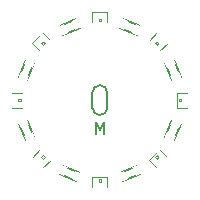
<source format=gto>
G04 (created by PCBNEW (2013-09-17 BZR 4321)-product) date Wed 18 Sep 2013 01:03:25 PM CEST*
%MOIN*%
G04 Gerber Fmt 3.4, Leading zero omitted, Abs format*
%FSLAX34Y34*%
G01*
G70*
G90*
G04 APERTURE LIST*
%ADD10C,0.005906*%
%ADD11C,0.007874*%
%ADD12C,0.003937*%
%ADD13R,0.029528X0.029528*%
%ADD14C,0.029528*%
%ADD15R,0.047244X0.059055*%
%ADD16C,0.078740*%
%ADD17R,0.059055X0.047244*%
G04 APERTURE END LIST*
G54D10*
G54D11*
X29396Y-25532D02*
X29396Y-25138D01*
X29527Y-25419D01*
X29658Y-25138D01*
X29658Y-25532D01*
G54D10*
X29777Y-24159D02*
G75*
G03X29527Y-23909I-250J0D01*
G74*
G01*
X29527Y-23909D02*
G75*
G03X29277Y-24159I0J-250D01*
G74*
G01*
X29277Y-24659D02*
G75*
G03X29527Y-24909I250J0D01*
G74*
G01*
X29527Y-24909D02*
G75*
G03X29777Y-24659I0J250D01*
G74*
G01*
X29777Y-24659D02*
X29777Y-24159D01*
X29277Y-24159D02*
X29277Y-24659D01*
G54D12*
X27613Y-26671D02*
X27891Y-26393D01*
X27265Y-26323D02*
X27543Y-26045D01*
X27543Y-26045D02*
X27683Y-25905D01*
X28031Y-26253D02*
X27891Y-26393D01*
X27126Y-26462D02*
X27265Y-26323D01*
X27474Y-26810D02*
X27613Y-26671D01*
X27265Y-26323D02*
X27613Y-26671D01*
X27891Y-26393D02*
X27543Y-26045D01*
X27683Y-25905D02*
X27759Y-25982D01*
X27954Y-26177D02*
X28031Y-26253D01*
X27474Y-26810D02*
X27397Y-26734D01*
X27126Y-26462D02*
X27202Y-26539D01*
X27579Y-26302D02*
X27634Y-26358D01*
X27634Y-26358D02*
X27689Y-26302D01*
X27634Y-26247D02*
X27689Y-26302D01*
X27579Y-26302D02*
X27634Y-26247D01*
X27759Y-25983D02*
G75*
G03X27953Y-26177I96J-96D01*
G74*
G01*
X27397Y-26733D02*
G75*
G03X27203Y-26539I-96J96D01*
G74*
G01*
X31789Y-26323D02*
X31511Y-26045D01*
X31441Y-26671D02*
X31163Y-26393D01*
X31163Y-26393D02*
X31023Y-26253D01*
X31371Y-25905D02*
X31511Y-26045D01*
X31580Y-26810D02*
X31441Y-26671D01*
X31928Y-26462D02*
X31789Y-26323D01*
X31441Y-26671D02*
X31789Y-26323D01*
X31511Y-26045D02*
X31163Y-26393D01*
X31023Y-26253D02*
X31100Y-26177D01*
X31295Y-25982D02*
X31371Y-25905D01*
X31928Y-26462D02*
X31852Y-26539D01*
X31580Y-26810D02*
X31657Y-26734D01*
X31420Y-26358D02*
X31476Y-26302D01*
X31476Y-26302D02*
X31420Y-26247D01*
X31365Y-26302D02*
X31420Y-26247D01*
X31420Y-26358D02*
X31365Y-26302D01*
X31101Y-26177D02*
G75*
G03X31295Y-25983I96J96D01*
G74*
G01*
X31851Y-26539D02*
G75*
G03X31657Y-26733I-96J-96D01*
G74*
G01*
X31441Y-22147D02*
X31163Y-22425D01*
X31789Y-22495D02*
X31511Y-22773D01*
X31511Y-22773D02*
X31371Y-22913D01*
X31023Y-22565D02*
X31163Y-22425D01*
X31928Y-22356D02*
X31789Y-22495D01*
X31580Y-22008D02*
X31441Y-22147D01*
X31789Y-22495D02*
X31441Y-22147D01*
X31163Y-22425D02*
X31511Y-22773D01*
X31371Y-22913D02*
X31295Y-22836D01*
X31100Y-22641D02*
X31023Y-22565D01*
X31580Y-22008D02*
X31657Y-22084D01*
X31928Y-22356D02*
X31852Y-22279D01*
X31476Y-22516D02*
X31420Y-22460D01*
X31420Y-22460D02*
X31365Y-22516D01*
X31420Y-22571D02*
X31365Y-22516D01*
X31476Y-22516D02*
X31420Y-22571D01*
X31295Y-22835D02*
G75*
G03X31101Y-22641I-96J96D01*
G74*
G01*
X31657Y-22085D02*
G75*
G03X31851Y-22279I96J-96D01*
G74*
G01*
X27265Y-22495D02*
X27543Y-22773D01*
X27613Y-22147D02*
X27891Y-22425D01*
X27891Y-22425D02*
X28031Y-22565D01*
X27683Y-22913D02*
X27543Y-22773D01*
X27474Y-22008D02*
X27613Y-22147D01*
X27126Y-22356D02*
X27265Y-22495D01*
X27613Y-22147D02*
X27265Y-22495D01*
X27543Y-22773D02*
X27891Y-22425D01*
X28031Y-22565D02*
X27954Y-22641D01*
X27759Y-22836D02*
X27683Y-22913D01*
X27126Y-22356D02*
X27202Y-22279D01*
X27474Y-22008D02*
X27397Y-22084D01*
X27634Y-22460D02*
X27579Y-22516D01*
X27579Y-22516D02*
X27634Y-22571D01*
X27689Y-22516D02*
X27634Y-22571D01*
X27634Y-22460D02*
X27689Y-22516D01*
X27953Y-22641D02*
G75*
G03X27759Y-22835I-96J-96D01*
G74*
G01*
X27203Y-22279D02*
G75*
G03X27397Y-22085I96J96D01*
G74*
G01*
X26574Y-24655D02*
X26968Y-24655D01*
X26574Y-24163D02*
X26968Y-24163D01*
X26968Y-24163D02*
X27165Y-24163D01*
X27165Y-24655D02*
X26968Y-24655D01*
X26377Y-24163D02*
X26574Y-24163D01*
X26377Y-24655D02*
X26574Y-24655D01*
X26574Y-24163D02*
X26574Y-24655D01*
X26968Y-24655D02*
X26968Y-24163D01*
X27165Y-24163D02*
X27165Y-24271D01*
X27165Y-24547D02*
X27165Y-24655D01*
X26377Y-24655D02*
X26377Y-24547D01*
X26377Y-24163D02*
X26377Y-24271D01*
X26811Y-24370D02*
X26811Y-24448D01*
X26811Y-24448D02*
X26889Y-24448D01*
X26889Y-24370D02*
X26889Y-24448D01*
X26811Y-24370D02*
X26889Y-24370D01*
X27164Y-24272D02*
G75*
G03X27164Y-24546I0J-137D01*
G74*
G01*
X26378Y-24546D02*
G75*
G03X26378Y-24272I0J137D01*
G74*
G01*
G54D11*
X30749Y-22224D02*
X30194Y-21994D01*
X30194Y-21994D02*
X30309Y-21717D01*
X30309Y-21717D02*
X30864Y-21947D01*
X30864Y-21947D02*
X30749Y-22224D01*
G54D12*
X29281Y-21456D02*
X29281Y-21850D01*
X29773Y-21456D02*
X29773Y-21850D01*
X29773Y-21850D02*
X29773Y-22047D01*
X29281Y-22047D02*
X29281Y-21850D01*
X29773Y-21259D02*
X29773Y-21456D01*
X29281Y-21259D02*
X29281Y-21456D01*
X29773Y-21456D02*
X29281Y-21456D01*
X29281Y-21850D02*
X29773Y-21850D01*
X29773Y-22047D02*
X29665Y-22047D01*
X29389Y-22047D02*
X29281Y-22047D01*
X29281Y-21259D02*
X29389Y-21259D01*
X29773Y-21259D02*
X29665Y-21259D01*
X29566Y-21692D02*
X29488Y-21692D01*
X29488Y-21692D02*
X29488Y-21770D01*
X29566Y-21770D02*
X29488Y-21770D01*
X29566Y-21692D02*
X29566Y-21770D01*
X29664Y-22046D02*
G75*
G03X29390Y-22046I-137J0D01*
G74*
G01*
X29390Y-21260D02*
G75*
G03X29664Y-21260I137J0D01*
G74*
G01*
X29773Y-27362D02*
X29773Y-26968D01*
X29281Y-27362D02*
X29281Y-26968D01*
X29281Y-26968D02*
X29281Y-26771D01*
X29773Y-26771D02*
X29773Y-26968D01*
X29281Y-27559D02*
X29281Y-27362D01*
X29773Y-27559D02*
X29773Y-27362D01*
X29281Y-27362D02*
X29773Y-27362D01*
X29773Y-26968D02*
X29281Y-26968D01*
X29281Y-26771D02*
X29389Y-26771D01*
X29665Y-26771D02*
X29773Y-26771D01*
X29773Y-27559D02*
X29665Y-27559D01*
X29281Y-27559D02*
X29389Y-27559D01*
X29488Y-27125D02*
X29566Y-27125D01*
X29566Y-27125D02*
X29566Y-27047D01*
X29488Y-27047D02*
X29566Y-27047D01*
X29488Y-27125D02*
X29488Y-27047D01*
X29390Y-26772D02*
G75*
G03X29664Y-26772I137J0D01*
G74*
G01*
X29664Y-27558D02*
G75*
G03X29390Y-27558I-137J0D01*
G74*
G01*
X32480Y-24163D02*
X32086Y-24163D01*
X32480Y-24655D02*
X32086Y-24655D01*
X32086Y-24655D02*
X31889Y-24655D01*
X31889Y-24163D02*
X32086Y-24163D01*
X32677Y-24655D02*
X32480Y-24655D01*
X32677Y-24163D02*
X32480Y-24163D01*
X32480Y-24655D02*
X32480Y-24163D01*
X32086Y-24163D02*
X32086Y-24655D01*
X31889Y-24655D02*
X31889Y-24547D01*
X31889Y-24271D02*
X31889Y-24163D01*
X32677Y-24163D02*
X32677Y-24271D01*
X32677Y-24655D02*
X32677Y-24547D01*
X32244Y-24448D02*
X32244Y-24370D01*
X32244Y-24370D02*
X32166Y-24370D01*
X32166Y-24448D02*
X32166Y-24370D01*
X32244Y-24448D02*
X32166Y-24448D01*
X31890Y-24546D02*
G75*
G03X31890Y-24272I0J137D01*
G74*
G01*
X32676Y-24272D02*
G75*
G03X32676Y-24546I0J-137D01*
G74*
G01*
G54D11*
X28305Y-26594D02*
X28860Y-26824D01*
X28860Y-26824D02*
X28745Y-27101D01*
X28745Y-27101D02*
X28191Y-26871D01*
X28191Y-26871D02*
X28305Y-26594D01*
X31712Y-25631D02*
X31942Y-25076D01*
X31942Y-25076D02*
X32219Y-25191D01*
X32219Y-25191D02*
X31989Y-25745D01*
X31989Y-25745D02*
X31712Y-25631D01*
X27342Y-23187D02*
X27112Y-23742D01*
X27112Y-23742D02*
X26835Y-23627D01*
X26835Y-23627D02*
X27065Y-23072D01*
X27065Y-23072D02*
X27342Y-23187D01*
X31941Y-23740D02*
X31712Y-23185D01*
X31712Y-23185D02*
X31989Y-23071D01*
X31989Y-23071D02*
X32218Y-23625D01*
X32218Y-23625D02*
X31941Y-23740D01*
X30196Y-26823D02*
X30751Y-26593D01*
X30751Y-26593D02*
X30865Y-26871D01*
X30865Y-26871D02*
X30311Y-27100D01*
X30311Y-27100D02*
X30196Y-26823D01*
X27113Y-25078D02*
X27343Y-25632D01*
X27343Y-25632D02*
X27065Y-25747D01*
X27065Y-25747D02*
X26836Y-25193D01*
X26836Y-25193D02*
X27113Y-25078D01*
X28858Y-21995D02*
X28304Y-22224D01*
X28304Y-22224D02*
X28189Y-21947D01*
X28189Y-21947D02*
X28743Y-21718D01*
X28743Y-21718D02*
X28858Y-21995D01*
%LPC*%
G54D13*
X29027Y-24659D03*
G54D14*
X29027Y-24159D03*
X29527Y-24659D03*
X29527Y-24159D03*
X30027Y-24659D03*
X30027Y-24159D03*
G54D10*
G36*
X27328Y-27026D02*
X26910Y-26608D01*
X27244Y-26274D01*
X27662Y-26692D01*
X27328Y-27026D01*
X27328Y-27026D01*
G37*
G36*
X27912Y-26441D02*
X27495Y-26024D01*
X27773Y-25745D01*
X28191Y-26163D01*
X27912Y-26441D01*
X27912Y-26441D01*
G37*
G36*
X32144Y-26608D02*
X31726Y-27026D01*
X31392Y-26692D01*
X31810Y-26274D01*
X32144Y-26608D01*
X32144Y-26608D01*
G37*
G36*
X31559Y-26024D02*
X31142Y-26441D01*
X30863Y-26163D01*
X31281Y-25745D01*
X31559Y-26024D01*
X31559Y-26024D01*
G37*
G36*
X31726Y-21792D02*
X32144Y-22210D01*
X31810Y-22544D01*
X31392Y-22126D01*
X31726Y-21792D01*
X31726Y-21792D01*
G37*
G36*
X31142Y-22377D02*
X31559Y-22794D01*
X31281Y-23073D01*
X30863Y-22655D01*
X31142Y-22377D01*
X31142Y-22377D01*
G37*
G36*
X26910Y-22210D02*
X27328Y-21792D01*
X27662Y-22126D01*
X27244Y-22544D01*
X26910Y-22210D01*
X26910Y-22210D01*
G37*
G36*
X27495Y-22794D02*
X27912Y-22377D01*
X28191Y-22655D01*
X27773Y-23073D01*
X27495Y-22794D01*
X27495Y-22794D01*
G37*
G54D15*
X26358Y-24409D03*
X27184Y-24409D03*
G54D16*
X28543Y-25393D03*
X28543Y-23425D03*
X30511Y-23425D03*
X30511Y-25393D03*
G54D10*
G36*
X30171Y-21652D02*
X30462Y-21772D01*
X30341Y-22063D01*
X30051Y-21942D01*
X30171Y-21652D01*
X30171Y-21652D01*
G37*
G36*
X30717Y-21878D02*
X31007Y-21998D01*
X30886Y-22288D01*
X30596Y-22168D01*
X30717Y-21878D01*
X30717Y-21878D01*
G37*
G54D17*
X29527Y-21240D03*
X29527Y-22066D03*
X29527Y-27578D03*
X29527Y-26752D03*
G54D15*
X32696Y-24409D03*
X31870Y-24409D03*
G54D10*
G36*
X28883Y-27166D02*
X28593Y-27045D01*
X28713Y-26755D01*
X29003Y-26875D01*
X28883Y-27166D01*
X28883Y-27166D01*
G37*
G36*
X28338Y-26940D02*
X28047Y-26820D01*
X28168Y-26530D01*
X28458Y-26650D01*
X28338Y-26940D01*
X28338Y-26940D01*
G37*
G36*
X32284Y-25053D02*
X32164Y-25343D01*
X31873Y-25223D01*
X31994Y-24933D01*
X32284Y-25053D01*
X32284Y-25053D01*
G37*
G36*
X32058Y-25598D02*
X31938Y-25889D01*
X31648Y-25768D01*
X31768Y-25478D01*
X32058Y-25598D01*
X32058Y-25598D01*
G37*
G36*
X26770Y-23765D02*
X26891Y-23474D01*
X27181Y-23595D01*
X27061Y-23885D01*
X26770Y-23765D01*
X26770Y-23765D01*
G37*
G36*
X26996Y-23219D02*
X27116Y-22929D01*
X27406Y-23050D01*
X27286Y-23340D01*
X26996Y-23219D01*
X26996Y-23219D01*
G37*
G36*
X31937Y-22928D02*
X32057Y-23218D01*
X31767Y-23338D01*
X31647Y-23048D01*
X31937Y-22928D01*
X31937Y-22928D01*
G37*
G36*
X32163Y-23473D02*
X32283Y-23763D01*
X31993Y-23883D01*
X31873Y-23593D01*
X32163Y-23473D01*
X32163Y-23473D01*
G37*
G36*
X31008Y-26819D02*
X30718Y-26939D01*
X30598Y-26649D01*
X30888Y-26529D01*
X31008Y-26819D01*
X31008Y-26819D01*
G37*
G36*
X30463Y-27045D02*
X30173Y-27165D01*
X30053Y-26875D01*
X30343Y-26755D01*
X30463Y-27045D01*
X30463Y-27045D01*
G37*
G36*
X27117Y-25890D02*
X26997Y-25600D01*
X27287Y-25480D01*
X27407Y-25770D01*
X27117Y-25890D01*
X27117Y-25890D01*
G37*
G36*
X26891Y-25345D02*
X26771Y-25055D01*
X27061Y-24935D01*
X27181Y-25225D01*
X26891Y-25345D01*
X26891Y-25345D01*
G37*
G36*
X28046Y-21999D02*
X28336Y-21879D01*
X28456Y-22169D01*
X28166Y-22289D01*
X28046Y-21999D01*
X28046Y-21999D01*
G37*
G36*
X28591Y-21773D02*
X28881Y-21653D01*
X29001Y-21943D01*
X28711Y-22063D01*
X28591Y-21773D01*
X28591Y-21773D01*
G37*
M02*

</source>
